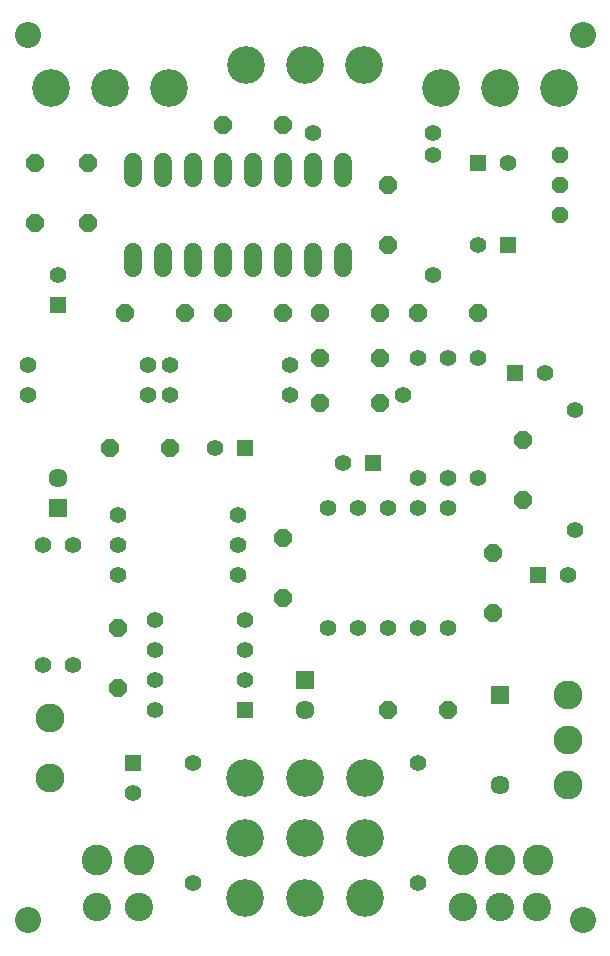
<source format=gts>
G75*
G70*
%OFA0B0*%
%FSLAX24Y24*%
%IPPOS*%
%LPD*%
%AMOC8*
5,1,8,0,0,1.08239X$1,22.5*
%
%ADD10C,0.0867*%
%ADD11C,0.0600*%
%ADD12C,0.0556*%
%ADD13OC8,0.0600*%
%ADD14R,0.0556X0.0556*%
%ADD15R,0.0634X0.0634*%
%ADD16C,0.0634*%
%ADD17OC8,0.0556*%
%ADD18C,0.1025*%
%ADD19C,0.0946*%
%ADD20C,0.0966*%
%ADD21C,0.1261*%
%ADD22C,0.0555*%
D10*
X001367Y000930D03*
X019867Y000930D03*
X019867Y030430D03*
X001367Y030430D03*
D11*
X004867Y026190D02*
X004867Y025670D01*
X005867Y025670D02*
X005867Y026190D01*
X006867Y026190D02*
X006867Y025670D01*
X007867Y025670D02*
X007867Y026190D01*
X008867Y026190D02*
X008867Y025670D01*
X009867Y025670D02*
X009867Y026190D01*
X010867Y026190D02*
X010867Y025670D01*
X011867Y025670D02*
X011867Y026190D01*
X011867Y023190D02*
X011867Y022670D01*
X010867Y022670D02*
X010867Y023190D01*
X009867Y023190D02*
X009867Y022670D01*
X008867Y022670D02*
X008867Y023190D01*
X007867Y023190D02*
X007867Y022670D01*
X006867Y022670D02*
X006867Y023190D01*
X005867Y023190D02*
X005867Y022670D01*
X004867Y022670D02*
X004867Y023190D01*
D12*
X002367Y022430D03*
X001367Y019430D03*
X001367Y018430D03*
X004367Y014430D03*
X004367Y013430D03*
X004367Y012430D03*
X005617Y010930D03*
X005617Y009930D03*
X005617Y008930D03*
X005617Y007930D03*
X006867Y006180D03*
X004867Y005180D03*
X006867Y002180D03*
X008617Y008930D03*
X008617Y009930D03*
X008617Y010930D03*
X008367Y012430D03*
X008367Y013430D03*
X008367Y014430D03*
X007617Y016680D03*
X006117Y018430D03*
X006117Y019430D03*
X005367Y019430D03*
X005367Y018430D03*
X002867Y013430D03*
X001867Y013430D03*
X001867Y009430D03*
X002867Y009430D03*
X010117Y018430D03*
X010117Y019430D03*
X011867Y016180D03*
X012367Y014680D03*
X013367Y014680D03*
X014367Y014680D03*
X014367Y015680D03*
X015367Y015680D03*
X015367Y014680D03*
X016367Y015680D03*
X018617Y019180D03*
X019617Y017930D03*
X019617Y013930D03*
X019367Y012430D03*
X015367Y010680D03*
X014367Y010680D03*
X013367Y010680D03*
X012367Y010680D03*
X011367Y010680D03*
X011367Y014680D03*
X014367Y019680D03*
X015367Y019680D03*
X016367Y019680D03*
X014867Y022430D03*
X016367Y023430D03*
X017367Y026180D03*
X014867Y026430D03*
X014867Y027180D03*
X010867Y027180D03*
X014367Y006180D03*
X014367Y002180D03*
D13*
X015367Y007930D03*
X013367Y007930D03*
X009867Y011680D03*
X009867Y013680D03*
X011117Y018180D03*
X011117Y019680D03*
X011117Y021180D03*
X009867Y021180D03*
X007867Y021180D03*
X006617Y021180D03*
X004617Y021180D03*
X003367Y024180D03*
X003367Y026180D03*
X001617Y026180D03*
X001617Y024180D03*
X004117Y016680D03*
X006117Y016680D03*
X004367Y010680D03*
X004367Y008680D03*
X013117Y018180D03*
X013117Y019680D03*
X013117Y021180D03*
X014367Y021180D03*
X013367Y023430D03*
X013367Y025430D03*
X016367Y021180D03*
X017867Y016930D03*
X017867Y014930D03*
X016867Y013180D03*
X016867Y011180D03*
X009867Y027430D03*
X007867Y027430D03*
D14*
X002367Y021430D03*
X008617Y016680D03*
X012867Y016180D03*
X017617Y019180D03*
X017367Y023430D03*
X016367Y026180D03*
X018367Y012430D03*
X008617Y007930D03*
X004867Y006180D03*
D15*
X010617Y008930D03*
X017117Y008430D03*
X002367Y014680D03*
D16*
X002367Y015680D03*
X010617Y007930D03*
X017117Y005430D03*
D17*
X019117Y024430D03*
X019117Y025430D03*
X019117Y026430D03*
D18*
X018367Y002930D03*
X017117Y002930D03*
X015867Y002930D03*
X005067Y002930D03*
X003667Y002930D03*
D19*
X003667Y001380D03*
X005067Y001380D03*
X015892Y001380D03*
X017117Y001380D03*
X018342Y001380D03*
D20*
X019367Y005430D03*
X019367Y006930D03*
X019367Y008430D03*
X002117Y007680D03*
X002117Y005680D03*
D21*
X008617Y005680D03*
X008617Y003680D03*
X008617Y001680D03*
X010617Y001680D03*
X010617Y003680D03*
X010617Y005680D03*
X012617Y005680D03*
X012617Y003680D03*
X012617Y001680D03*
X015148Y028680D03*
X017117Y028680D03*
X019085Y028680D03*
X012585Y029430D03*
X010617Y029430D03*
X008648Y029430D03*
X006085Y028680D03*
X004117Y028680D03*
X002148Y028680D03*
D22*
X013867Y018430D03*
M02*

</source>
